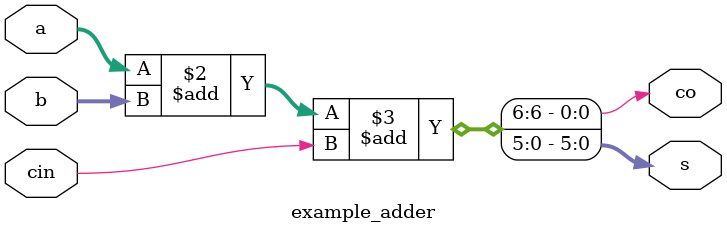
<source format=v>
module example_adder #(
	parameter WIDTH = 6,
	localparam WIDTH_M1 = WIDTH - 1
)(
	input [WIDTH_M1:0] a,
	input [WIDTH_M1:0] b,
	input cin,
	output reg [WIDTH_M1:0] s,
	output reg co
);

always @(*) begin
	{co,s} = a + b + cin;
end

endmodule
</source>
